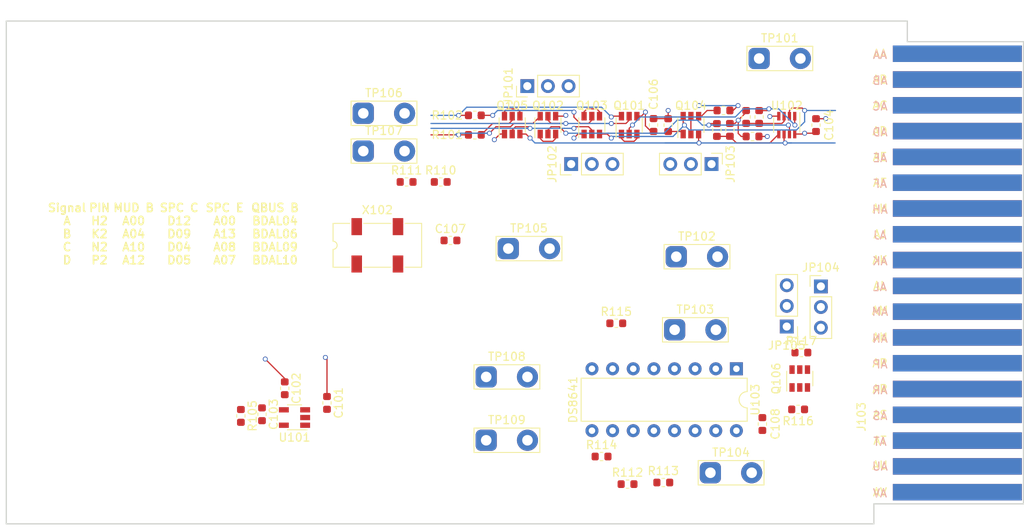
<source format=kicad_pcb>
(kicad_pcb (version 20241229) (generator "pcbnew") (generator_version "9.0")
  (layers (0 "F.Cu" signal) (4 "In1.Cu" power "GND") (6 "In2.Cu" power "PWR") (2 "B.Cu" signal) (13 "F.Paste" user) (15 "B.Paste" user) (5 "F.SilkS" user "F.Silkscreen") (7 "B.SilkS" user "B.Silkscreen") (1 "F.Mask" user) (3 "B.Mask" user) (25 "Edge.Cuts" user))
  (net 0 "")
  (net 1 "+5V")
  (net 2 "GND")
  (net 3 "Net-(C102-Pad2)")
  (net 4 "Net-(Q101-Pad2)")
  (net 5 "Net-(Q102-Pad2)")
  (net 6 "Net-(Q103-Pad5)")
  (net 7 "Net-(R104-Pad2)")
  (net 8 "/Vref")
  (net 9 "/B1")
  (net 10 "Net-(R103-Pad2)")
  (net 11 "/RX")
  (net 12 "/TX")
  (net 13 "Net-(Q101-Pad1)")
  (net 14 "Net-(J103-PadV1)")
  (net 15 "Net-(J103-PadU1)")
  (net 16 "Net-(J103-PadT1)")
  (net 17 "Net-(J103-PadS1)")
  (net 18 "Net-(J103-PadR1)")
  (net 19 "Net-(J103-PadP1)")
  (net 20 "Net-(J103-PadN1)")
  (net 21 "Net-(J103-PadM1)")
  (net 22 "Net-(J103-PadL1)")
  (net 23 "Net-(J103-PadK1)")
  (net 24 "Net-(J103-PadJ1)")
  (net 25 "Net-(J103-PadH1)")
  (net 26 "Net-(J103-PadF1)")
  (net 27 "Net-(J103-PadE1)")
  (net 28 "Net-(J103-PadD1)")
  (net 29 "Net-(J103-PadC1)")
  (net 30 "Net-(J103-PadB1)")
  (net 31 "Net-(J103-PadA1)")
  (net 32 "Net-(J103-PadU2)")
  (net 33 "Net-(J103-PadV2)")
  (net 34 "Net-(J103-PadR2)")
  (net 35 "Net-(J103-PadS2)")
  (net 36 "Net-(J103-PadT2)")
  (net 37 "Net-(J103-PadB2)")
  (net 38 "Net-(J103-PadD2)")
  (net 39 "Net-(J103-PadE2)")
  (net 40 "Net-(J103-PadF2)")
  (net 41 "Net-(J103-PadJ2)")
  (net 42 "Net-(J103-PadL2)")
  (net 43 "Net-(J103-PadM2)")
  (net 44 "Net-(Q104-Pad1)")
  (net 45 "/V_term")
  (net 46 "Net-(Q104-Pad4)")
  (net 47 "/TERM")
  (net 48 "Net-(Q103-Pad4)")
  (net 49 "Net-(Q102-Pad1)")
  (net 50 "Net-(Q105-Pad5)")
  (net 51 "Net-(Q105-Pad4)")
  (net 52 "Net-(X102-Pad1)")
  (net 53 "/3V3")
  (net 54 "/B2")
  (net 55 "/B3")
  (net 56 "/OSC")
  (net 57 "/R2")
  (net 58 "/R3")
  (net 59 "Net-(R114-Pad2)")
  (net 60 "Net-(R115-Pad2)")
  (net 61 "Net-(U103-Pad7)")
  (net 62 "Net-(U103-Pad6)")
  (net 63 "Net-(U103-Pad4)")
  (net 64 "Net-(U103-Pad9)")
  (net 65 "/5V0")
  (net 66 "/B")
  (net 67 "/A")
  (net 68 "/C")
  (net 69 "Net-(Q106-Pad4)")
  (net 70 "Net-(Q106-Pad1)")
  (net 71 "Net-(U103-Pad12)")
  (net 72 "Net-(U103-Pad10)")
  (footprint "Capacitor_SMD:C_0603_1608Metric" (layer "F.Cu") (at 104.2 120.8 -90)
    (property "Reference" "C103")
    (property "Value" "10uF")
  )
  (footprint "Package_TO_SOT_SMD:TSOT-23-5" (layer "F.Cu") (at 108.2 121.2 180)
    (property "Reference" "U101")
    (property "Value" "LT1761-1.2")
  )
  (footprint "Package_TO_SOT_SMD:SOT-23-8" (layer "F.Cu") (at 168.8 85.2 -90)
    (property "Reference" "U102")
    (property "Value" "MAX9107")
  )
  (footprint "Capacitor_SMD:C_0603_1608Metric" (layer "F.Cu") (at 112.2 119.4 -90)
    (property "Reference" "C101")
    (property "Value" "1uF")
  )
  (footprint "Capacitor_SMD:C_0603_1608Metric" (layer "F.Cu") (at 107 117.6 -90)
    (property "Reference" "C102")
    (property "Value" "10nF")
  )
  (footprint "Resistor_SMD:R_0603_1608Metric" (layer "F.Cu") (at 160.2 85.8 -90)
    (property "Reference" "R103" (hide yes))
    (property "Value" "6.8k")
  )
  (footprint "Resistor_SMD:R_0603_1608Metric" (layer "F.Cu") (at 165.4 84.2 -90)
    (property "Reference" "R104" (hide yes))
    (property "Value" "6.8k")
  )
  (footprint "Resistor_SMD:R_0603_1608Metric" (layer "F.Cu") (at 101.6 121 -90)
    (property "Reference" "R105")
    (property "Value" ".15mA for each line")
  )
  (footprint "Resistor_SMD:R_0603_1608Metric" (layer "F.Cu") (at 161.8 85.787501 90)
    (property "Reference" "R106" (hide yes))
    (property "Value" "22k")
  )
  (footprint "Resistor_SMD:R_0603_1608Metric" (layer "F.Cu") (at 163.8 84.2 90)
    (property "Reference" "R107" (hide yes))
    (property "Value" "22k")
  )
  (footprint "Capacitor_SMD:C_0603_1608Metric" (layer "F.Cu") (at 172.4 85.2 90)
    (property "Reference" "C104")
    (property "Value" "100nF")
  )
  (footprint "Resistor_SMD:R_0603_1608Metric" (layer "F.Cu") (at 154.2 85.2 -90)
    (property "Reference" "R108" (hide yes))
    (property "Value" "120")
  )
  (footprint "Package_TO_SOT_SMD:SOT-23-6" (layer "F.Cu") (at 157 85.2 90)
    (property "Reference" "Q104")
    (property "Value" "PMOS")
  )
  (footprint "Resistor_SMD:R_0603_1608Metric" (layer "F.Cu") (at 161.012499 83.4 180)
    (property "Reference" "R109" (hide yes))
    (property "Value" "120")
  )
  (footprint "Capacitor_SMD:C_0603_1608Metric" (layer "F.Cu") (at 164.5875 86.6)
    (property "Reference" "C105" (hide yes))
    (property "Value" "1uF")
  )
  (footprint "myMods:DEC_Edge_Fingers_single_height" (layer "F.Cu") (at 181.8 75.4 -90)
    (property "Reference" "J103")
    (property "Value" "QBUS_B" (hide yes))
  )
  (footprint "Oscillator:Oscillator_SMD_SeikoEpson_SG8002JC-4Pin_10.5x5.0mm" (layer "F.Cu") (at 118.4 100)
    (property "Reference" "X102")
    (property "Value" "SG-636PCE 5MHz")
  )
  (footprint "TestPoint:TestPoint_2Pads_Pitch5.08mm_Drill1.3mm" (layer "F.Cu") (at 165.4 77)
    (property "Reference" "TP101")
    (property "Value" "B0")
  )
  (footprint "Connector_PinHeader_2.54mm:PinHeader_1x03_P2.54mm_Vertical" (layer "F.Cu") (at 142.26 90 90)
    (property "Reference" "JP102")
    (property "Value" "Jumper_3_Bridged12")
  )
  (footprint "Connector_PinHeader_2.54mm:PinHeader_1x03_P2.54mm_Vertical" (layer "F.Cu") (at 159.54 90 -90)
    (property "Reference" "JP103")
    (property "Value" "Jumper_3_Bridged12")
  )
  (footprint "TestPoint:TestPoint_2Pads_Pitch5.08mm_Drill1.3mm" (layer "F.Cu") (at 155.2 101.4)
    (property "Reference" "TP102")
    (property "Value" "B0")
  )
  (footprint "TestPoint:TestPoint_2Pads_Pitch5.08mm_Drill1.3mm" (layer "F.Cu") (at 155 110.4)
    (property "Reference" "TP103")
    (property "Value" "B0")
  )
  (footprint "TestPoint:TestPoint_2Pads_Pitch5.08mm_Drill1.3mm" (layer "F.Cu") (at 159.4 128)
    (property "Reference" "TP104")
    (property "Value" "B0")
  )
  (footprint "TestPoint:TestPoint_2Pads_Pitch5.08mm_Drill1.3mm" (layer "F.Cu") (at 134.52 100.4)
    (property "Reference" "TP105")
    (property "Value" "B0")
  )
  (footprint "Capacitor_SMD:C_0603_1608Metric" (layer "F.Cu") (at 152.4 85.1875 -90)
    (property "Reference" "C106")
    (property "Value" "1uF")
  )
  (footprint "Package_TO_SOT_SMD:SOT-23-6" (layer "F.Cu") (at 144.8 85.2 90)
    (property "Reference" "Q103")
    (property "Value" "Dual_NMOS")
  )
  (footprint "Package_TO_SOT_SMD:SOT-23-6" (layer "F.Cu") (at 139.4 85.2 90)
    (property "Reference" "Q102")
    (property "Value" "Dual_NMOS")
  )
  (footprint "Resistor_SMD:R_0603_1608Metric" (layer "F.Cu") (at 130.4 86.4)
    (property "Reference" "R101")
    (property "Value" "??")
  )
  (footprint "Package_TO_SOT_SMD:SOT-23-6" (layer "F.Cu") (at 149.4 85.2 90)
    (property "Reference" "Q101")
    (property "Value" "Dual_NMOS")
  )
  (footprint "Resistor_SMD:R_0603_1608Metric" (layer "F.Cu") (at 130.4 84)
    (property "Reference" "R102")
    (property "Value" "??")
  )
  (footprint "Package_TO_SOT_SMD:SOT-23-6" (layer "F.Cu") (at 135 85.2 90)
    (property "Reference" "Q105")
    (property "Value" "Dual_NMOS")
  )
  (footprint "Connector_PinHeader_2.54mm:PinHeader_1x03_P2.54mm_Vertical" (layer "F.Cu") (at 136.86 80.4 90)
    (property "Reference" "JP101")
    (property "Value" "Jumper_3_Bridged12")
  )
  (footprint "Resistor_SMD:R_0603_1608Metric" (layer "F.Cu") (at 126.2 92.2)
    (property "Reference" "R110")
    (property "Value" "10k")
  )
  (footprint "Resistor_SMD:R_0603_1608Metric" (layer "F.Cu") (at 122 92.2)
    (property "Reference" "R111")
    (property "Value" "10k")
  )
  (footprint "Resistor_SMD:R_0603_1608Metric" (layer "F.Cu") (at 149.2 129.4)
    (property "Reference" "R112")
    (property "Value" "4.7k")
  )
  (footprint "Resistor_SMD:R_0603_1608Metric" (layer "F.Cu") (at 153.6 129.2)
    (property "Reference" "R113")
    (property "Value" "4.7k")
  )
  (footprint "TestPoint:TestPoint_2Pads_Pitch5.08mm_Drill1.3mm" (layer "F.Cu") (at 116.67 83.75)
    (property "Reference" "TP106")
    (property "Value" "B0")
  )
  (footprint "TestPoint:TestPoint_2Pads_Pitch5.08mm_Drill1.3mm" (layer "F.Cu") (at 116.67 88.4)
    (property "Reference" "TP107")
    (property "Value" "B0")
  )
  (footprint "TestPoint:TestPoint_2Pads_Pitch5.08mm_Drill1.3mm" (layer "F.Cu") (at 131.8 116.2)
    (property "Reference" "TP108")
    (property "Value" "B0")
  )
  (footprint "TestPoint:TestPoint_2Pads_Pitch5.08mm_Drill1.3mm" (layer "F.Cu") (at 131.8 124)
    (property "Reference" "TP109")
    (property "Value" "B0")
  )
  (footprint "Capacitor_SMD:C_0603_1608Metric" (layer "F.Cu") (at 127.4 99.4)
    (property "Reference" "C107")
    (property "Value" "100nF")
  )
  (footprint "Capacitor_SMD:C_0603_1608Metric" (layer "F.Cu") (at 165.8 122 90)
    (property "Reference" "C108")
    (property "Value" "100nF")
  )
  (footprint "Resistor_SMD:R_0603_1608Metric" (layer "F.Cu") (at 146 126)
    (property "Reference" "R114")
    (property "Value" "4.7k")
  )
  (footprint "Resistor_SMD:R_0603_1608Metric" (layer "F.Cu") (at 147.8125 109.6)
    (property "Reference" "R115")
    (property "Value" "4.7k")
  )
  (footprint "Package_DIP:DIP-16_W7.62mm" (layer "F.Cu") (at 162.6 115.2 -90)
    (property "Reference" "U103")
    (property "Value" "DS8641")
  )
  (footprint "Connector_PinHeader_2.54mm:PinHeader_1x03_P2.54mm_Vertical" (layer "F.Cu") (at 173 105.06)
    (property "Reference" "JP104")
    (property "Value" "Jumper_3_Bridged12")
  )
  (footprint "Connector_PinHeader_2.54mm:PinHeader_1x03_P2.54mm_Vertical" (layer "F.Cu") (at 168.8 110 180)
    (property "Reference" "JP105")
    (property "Value" "Jumper_3_Bridged12")
  )
  (footprint "Package_TO_SOT_SMD:SOT-23-6" (layer "F.Cu") (at 170.4 116.4 90)
    (property "Reference" "Q106")
    (property "Value" "PMOS")
  )
  (footprint "Resistor_SMD:R_0603_1608Metric" (layer "F.Cu") (at 170.2 120.2 180)
    (property "Reference" "R116")
    (property "Value" "120")
  )
  (footprint "Resistor_SMD:R_0603_1608Metric" (layer "F.Cu") (at 170.6 113.2)
    (property "Reference" "R117")
    (property "Value" "120")
  )
  (gr_line (start 197.9422 131.826) (end 197.9422 74.93) (stroke (width 0.15)) (layer "Edge.Cuts"))
  (gr_line (start 197.9422 74.93) (end 183.642 74.93) (stroke (width 0.15)) (layer "Edge.Cuts"))
  (gr_line (start 179.5272 131.826) (end 197.9422 131.826) (stroke (width 0.15)) (layer "Edge.Cuts"))
  (gr_line (start 72.7202 72.39) (end 72.7202 134.2898) (stroke (width 0.15)) (layer "Edge.Cuts"))
  (gr_line (start 183.642 74.93) (end 183.642 72.39) (stroke (width 0.15)) (layer "Edge.Cuts"))
  (gr_line (start 179.5272 134.2898) (end 179.5272 131.826) (stroke (width 0.15)) (layer "Edge.Cuts"))
  (gr_line (start 183.642 72.39) (end 72.7202 72.39) (stroke (width 0.15)) (layer "Edge.Cuts"))
  (gr_line (start 72.7202 134.2898) (end 179.5272 134.2898) (stroke (width 0.15)) (layer "Edge.Cuts"))
  (gr_text "Signal\nA\nB\nC\nD" (at 80.2 98.6 0) (layer "F.SilkS") (effects (font (size 1 1) (thickness 0.2))))
  (gr_text "MUD B\nA00\nA04\nA10\nA12" (at 88.4 98.6 0) (layer "F.SilkS") (effects (font (size 1 1) (thickness 0.2))))
  (gr_text "PIN\nH2\nK2\nN2\nP2" (at 84.2 98.6 0) (layer "F.SilkS") (effects (font (size 1 1) (thickness 0.2))))
  (gr_text "SPC E\nA00\nA13\nA08\nA07" (at 99.6 98.6 0) (layer "F.SilkS") (effects (font (size 1 1) (thickness 0.2))))
  (gr_text "QBUS B\nBDAL04\nBDAL06\nBDAL09\nBDAL10" (at 105.8 98.6 0) (layer "F.SilkS") (effects (font (size 1 1) (thickness 0.2))))
  (gr_text "SPC C\nD12\nD09\nD04\nD05" (at 94 98.6 0) (layer "F.SilkS") (effects (font (size 1 1) (thickness 0.2))))
  (segment (start 143.1 86.3) (end 142.6 86.8) (width 0.1524) (layer "F.Cu") (net 2))
  (segment (start 141.5 84.1) (end 141.6 84) (width 0.1524) (layer "F.Cu") (net 2))
  (segment (start 150.35 84.1) (end 150.9 84.1) (width 0.1524) (layer "F.Cu") (net 2))
  (segment (start 150.9 84.1) (end 151.4 83.6) (width 0.1524) (layer "F.Cu") (net 2))
  (segment (start 140.35 84.1) (end 141.5 84.1) (width 0.1524) (layer "F.Cu") (net 2))
  (segment (start 143.85 86.3) (end 143.1 86.3) (width 0.1524) (layer "F.Cu") (net 2))
  (segment (start 133.499996 86.3) (end 132.799996 87) (width 0.1524) (layer "F.Cu") (net 2))
  (segment (start 151.4 85.2875) (end 151.7125 85.6) (width 0.1524) (layer "F.Cu") (net 2))
  (segment (start 165.375 86.6) (end 166.4 86.6) (width 0.1524) (layer "F.Cu") (net 2))
  (segment (start 173.5875 84.4125) (end 173.6 84.4) (width 0.1524) (layer "F.Cu") (net 2))
  (segment (start 172.4 84.4125) (end 173.5875 84.4125) (width 0.1524) (layer "F.Cu") (net 2))
  (segment (start 152.4 85.975) (end 152.0875 85.975) (width 0.1524) (layer "F.Cu") (net 2))
  (segment (start 134.05 86.3) (end 133.499996 86.3) (width 0.1524) (layer "F.Cu") (net 2))
  (segment (start 167.82 84.1) (end 166.761943 84.1) (width 0.1524) (layer "F.Cu") (net 2))
  (segment (start 166.761943 84.1) (end 166.719001 84.142942) (width 0.1524) (layer "F.Cu") (net 2))
  (segment (start 151.4 83.6) (end 151.4 85.2875) (width 0.1524) (layer "F.Cu") (net 2))
  (segment (start 152.0875 85.975) (end 151.7125 85.6) (width 0.1524) (layer "F.Cu") (net 2))
  (via (at 142.6 86.8) (size 0.6) (drill 0.4) (layers "F.Cu" "B.Cu") (net 2))
  (via (at 151.4 83.6) (size 0.6) (drill 0.4) (layers "F.Cu" "B.Cu") (net 2))
  (via (at 141.6 84) (size 0.6) (drill 0.4) (layers "F.Cu" "B.Cu") (net 2))
  (via (at 166.4 86.6) (size 0.6) (drill 0.4) (layers "F.Cu" "B.Cu") (net 2))
  (via (at 173.6 84.4) (size 0.6) (drill 0.4) (layers "F.Cu" "B.Cu") (net 2))
  (via (at 132.799996 87) (size 0.6) (drill 0.4) (layers "F.Cu" "B.Cu") (net 2))
  (via (at 166.719001 84.142942) (size 0.6) (drill 0.4) (layers "F.Cu" "B.Cu") (net 2))
  (segment (start 149.4 86.3) (end 149.4 85.6) (width 0.1524) (layer "F.Cu") (net 4))
  (segment (start 149.4 85.6) (end 149.8 85.2) (width 0.1524) (layer "F.Cu") (net 4))
  (segment (start 166.3875 83.4125) (end 166.6 83.2) (width 0.1524) (layer "F.Cu") (net 4))
  (segment (start 169.78 85.18) (end 169.8 85.2) (width 0.1524) (layer "F.Cu") (net 4))
  (segment (start 169.78 84.1) (end 169.78 85.18) (width 0.1524) (layer "F.Cu") (net 4))
  (segment (start 165.4 83.4125) (end 166.3875 83.4125) (width 0.1524) (layer "F.Cu") (net 4))
  (via (at 149.8 85.2) (size 0.6) (drill 0.4) (layers "F.Cu" "B.Cu") (net 4))
  (via (at 169.8 85.2) (size 0.6) (drill 0.4) (layers "F.Cu" "B.Cu") (net 4))
  (via (at 166.6 83.2) (size 0.6) (drill 0.4) (layers "F.Cu" "B.Cu") (net 4))
  (segment (start 149.8 85.2) (end 150.8 84.2) (width 0.1524) (layer "B.Cu") (net 4))
  (segment (start 150.8 84.2) (end 162.470268 84.2) (width 0.1524) (layer "B.Cu") (net 4))
  (segment (start 162.470268 84.2) (end 163.470268 83.2) (width 0.1524) (layer "B.Cu") (net 4))
  (segment (start 167.8 83.2) (end 166.6 83.2) (width 0.1524) (layer "B.Cu") (net 4))
  (segment (start 166.175736 83.2) (end 166.6 83.2) (width 0.1524) (layer "B.Cu") (net 4))
  (segment (start 163.470268 83.2) (end 166.175736 83.2) (width 0.1524) (layer "B.Cu") (net 4))
  (segment (start 169.8 85.2) (end 167.8 83.2) (width 0.1524) (layer "B.Cu") (net 4))
  (segment (start 139.8 85.4) (end 140.800004 85.4) (width 0.1524) (layer "F.Cu") (net 5))
  (segment (start 140.800004 85.4) (end 141.600004 86.2) (width 0.1524) (layer "F.Cu") (net 5))
  (segment (start 139.4 86.3) (end 139.4 85.8) (width 0.1524) (layer "F.Cu") (net 5))
  (segment (start 139.4 85.8) (end 139.8 85.4) (width 0.1524) (layer "F.Cu") (net 5))
  (segment (start 160.2 85.0125) (end 159.3875 85.0125) (width 0.1524) (layer "F.Cu") (net 5))
  (segment (start 159.3875 85.0125) (end 159.2 85.2) (width 0.1524) (layer "F.Cu") (net 5))
  (segment (start 169.13 86.3) (end 169.13 85.33) (width 0.1524) (layer "F.Cu") (net 5))
  (segment (start 169.13 85.33) (end 169 85.2) (width 0.1524) (layer "F.Cu") (net 5))
  (via (at 141.600004 86.2) (size 0.6) (drill 0.4) (layers "F.Cu" "B.Cu") (net 5))
  (via (at 169 85.2) (size 0.6) (drill 0.4) (layers "F.Cu" "B.Cu") (net 5))
  (via (at 159.2 85.2) (size 0.6) (drill 0.4) (layers "F.Cu" "B.Cu") (net 5))
  (segment (start 141.8 86.2) (end 141.600004 86.2) (width 0.1524) (layer "B.Cu") (net 5))
  (segment (start 146.817668 86.2) (end 141.8 86.2) (width 0.1524) (layer "B.Cu") (net 5))
  (segment (start 158.4 85.2) (end 157.8 84.6) (width 0.1524) (layer "B.Cu") (net 5))
  (segment (start 159.2 85.2) (end 158.4 85.2) (width 0.1524) (layer "B.Cu") (net 5))
  (segment (start 153.7 86.2) (end 146.8 86.2) (width 0.1524) (layer "B.Cu") (net 5))
  (segment (start 169 85.2) (end 159.2 85.2) (width 0.1524) (layer "B.Cu") (net 5))
  (segment (start 157.8 84.6) (end 155.3 84.6) (width 0.1524) (layer "B.Cu") (net 5))
  (segment (start 155.3 84.6) (end 153.7 86.2) (width 0.1524) (layer "B.Cu") (net 5))
  (segment (start 144.4 85) (end 143.375736 85) (width 0.1524) (layer "F.Cu") (net 6))
  (segment (start 132.6 84) (end 130.7875 84) (width 0.1524) (layer "F.Cu") (net 6))
  (segment (start 144.8 84.1) (end 144.8 84.6) (width 0.1524) (layer "F.Cu") (net 6))
  (segment (start 144.8 84.6) (end 144.4 85) (width 0.1524) (layer "F.Cu") (net 6))
  (segment (start 143.375736 85) (end 142.6 84.224264) (width 0.1524) (layer "F.Cu") (net 6))
  (segment (start 142.6 84.224264) (end 142.6 83.6) (width 0.1524) (layer "F.Cu") (net 6))
  (via (at 142.6 83.6) (size 0.6) (drill 0.4) (layers "F.Cu" "B.Cu") (net 6))
  (via (at 132.6 84) (size 0.6) (drill 0.4) (layers "F.Cu" "B.Cu") (net 6))
  (segment (start 142.4 83.4) (end 142.6 83.6) (width 0.1524) (layer "B.Cu") (net 6))
  (segment (start 133.2 83.4) (end 142.4 83.4) (width 0.1524) (layer "B.Cu") (net 6))
  (segment (start 132.6 84) (end 133.2 83.4) (width 0.1524) (layer "B.Cu") (net 6))
  (segment (start 163.8 84.9875) (end 163.8125 85) (width 0.1524) (layer "F.Cu") (net 7))
  (segment (start 168.2 85) (end 168.47 84.73) (width 0.1524) (layer "F.Cu") (net 7))
  (segment (start 163.8125 85) (end 168.2 85) (width 0.1524) (layer "F.Cu") (net 7))
  (segment (start 168.47 84.73) (end 168.47 84.1) (width 0.1524) (layer "F.Cu") (net 7))
  (segment (start 107 116.4) (end 104.6 114) (width 0.1524) (layer "F.Cu") (net 8))
  (segment (start 163.8 83.626299) (end 162.826299 84.6) (width 0.1524) (layer "F.Cu") (net 8))
  (segment (start 107 116.8125) (end 107 116.4) (width 0.1524) (layer "F.Cu") (net 8))
  (segment (start 163.8 86.6) (end 163.2 86.6) (width 0.1524) (layer "F.Cu") (net 8))
  (segment (start 163.2 86.6) (end 162.826299 86.226299) (width 0.1524) (layer "F.Cu") (net 8))
  (segment (start 162.826299 86.226299) (end 162.826299 84.6) (width 0.1524) (layer "F.Cu") (net 8))
  (segment (start 161.8 85.000001) (end 162.426298 85.000001) (width 0.1524) (layer "F.Cu") (net 8))
  (segment (start 163.8 83.4125) (end 163.8 83.626299) (width 0.1524) (layer "F.Cu") (net 8))
  (segment (start 162.426298 85.000001) (end 162.826299 84.6) (width 0.1524) (layer "F.Cu") (net 8))
  (via (at 162.826299 84.6) (size 0.6) (drill 0.4) (layers "F.Cu" "B.Cu") (net 8))
  (via (at 104.6 114) (size 0.6) (drill 0.4) (layers "F.Cu" "B.Cu") (net 8))
  (segment (start 135.95 86.3) (end 136.7 86.3) (width 0.1524) (layer "F.Cu") (net 9))
  (segment (start 136.7 86.3) (end 137.2 86.8) (width 0.1524) (layer "F.Cu") (net 9))
  (segment (start 168.47 87.27) (end 168.6 87.4) (width 0.1524) (layer "F.Cu") (net 9))
  (segment (start 168.47 86.3) (end 168.47 87.27) (width 0.1524) (layer "F.Cu") (net 9))
  (segment (start 157.95 86.3) (end 157.95 87.35) (width 0.1524) (layer "F.Cu") (net 9))
  (segment (start 157.95 87.35) (end 158 87.4) (width 0.1524) (layer "F.Cu") (net 9))
  (via (at 137.2 86.8) (size 0.6) (drill 0.4) (layers "F.Cu" "B.Cu") (net 9))
  (via (at 158 87.4) (size 0.6) (drill 0.4) (layers "F.Cu" "B.Cu") (net 9))
  (via (at 168.6 87.4) (size 0.6) (drill 0.4) (layers "F.Cu" "B.Cu") (net 9))
  (segment (start 137.8 87.4) (end 137.2 86.8) (width 0.1524) (layer "B.Cu") (net 9))
  (segment (start 174.75 87.4) (end 168.6 87.4) (width 0.1524) (layer "B.Cu") (net 9))
  (segment (start 158 87.4) (end 137.8 87.4) (width 0.1524) (layer "B.Cu") (net 9))
  (segment (start 169.4 87.4) (end 153.8 87.4) (width 0.1524) (layer "B.Cu") (net 9))
  (segment (start 166.72 87.4) (end 167.82 86.3) (width 0.1524) (layer "F.Cu") (net 10))
  (segment (start 162.6 87.4) (end 166.72 87.4) (width 0.1524) (layer "F.Cu") (net 10))
  (segment (start 161.787501 86.5875) (end 161.8 86.575001) (width 0.1524) (layer "F.Cu") (net 10))
  (segment (start 160.2 86.5875) (end 161.787501 86.5875) (width 0.1524) (layer "F.Cu") (net 10))
  (segment (start 161.8 86.6) (end 162.6 87.4) (width 0.1524) (layer "F.Cu") (net 10))
  (segment (start 161.8 86.575001) (end 161.8 86.6) (width 0.1524) (layer "F.Cu") (net 10))
  (segment (start 149.4 84.6) (end 149 85) (width 0.1524) (layer "F.Cu") (net 11))
  (segment (start 149 85) (end 147.2 85) (width 0.1524) (layer "F.Cu") (net 11))
  (segment (start 139.4 84.6) (end 139.4 84.1) (width 0.1524) (layer "F.Cu") (net 11))
  (segment (start 141.6 85) (end 139.8 85) (width 0.1524) (layer "F.Cu") (net 11))
  (segment (start 139.8 85) (end 139.4 84.6) (width 0.1524) (layer "F.Cu") (net 11))
  (segment (start 149.4 84.1) (end 149.4 84.6) (width 0.1524) (layer "F.Cu") (net 11))
  (via (at 141.6 85) (size 0.6) (drill 0.4) (layers "F.Cu" "B.Cu") (net 11))
  (via (at 147.2 85) (size 0.6) (drill 0.4) (layers "F.Cu" "B.Cu") (net 11))
  (segment (start 147.2 85) (end 139.4 85) (width 0.1524) (layer "B.Cu") (net 11))
  (segment (start 141.6 85) (end 125 85) (width 0.1524) (layer "B.Cu") (net 11))
  (segment (start 137 85.4) (end 137.2 85.6) (width 0.1524) (layer "F.Cu") (net 12))
  (segment (start 142.6 85.6) (end 142.8 85.4) (width 0.1524) (layer "F.Cu") (net 12))
  (segment (start 144.8 85.8) (end 144.8 86.3) (width 0.1524) (layer "F.Cu") (net 12))
  (segment (start 135.4088 85.4) (end 137 85.4) (width 0.1524) (layer "F.Cu") (net 12))
  (segment (start 135 86.3) (end 135 85.8088) (width 0.1524) (layer "F.Cu") (net 12))
  (segment (start 135 85.8088) (end 135.4088 85.4) (width 0.1524) (layer "F.Cu") (net 12))
  (segment (start 144.4 85.4) (end 144.8 85.8) (width 0.1524) (layer "F.Cu") (net 12))
  (segment (start 142.8 85.4) (end 144.4 85.4) (width 0.1524) (layer "F.Cu") (net 12))
  (via (at 137.2 85.6) (size 0.6) (drill 0.4) (layers "F.Cu" "B.Cu") (net 12))
  (via (at 142.6 85.6) (size 0.6) (drill 0.4) (layers "F.Cu" "B.Cu") (net 12))
  (segment (start 125 85.6) (end 136.775736 85.6) (width 0.1524) (layer "B.Cu") (net 12))
  (segment (start 136.775736 85.6) (end 137.2 85.6) (width 0.1524) (layer "B.Cu") (net 12))
  (segment (start 137.2 85.6) (end 141.417668 85.6) (width 0.1524) (layer "B.Cu") (net 12))
  (segment (start 141.417668 85.6) (end 142.6 85.6) (width 0.1524) (layer "B.Cu") (net 12))
  (segment (start 148.45 86.3) (end 148.45 86.85) (width 0.1524) (layer "F.Cu") (net 13))
  (segment (start 148.8 87.2) (end 150 87.2) (width 0.1524) (layer "F.Cu") (net 13))
  (segment (start 148.45 86.85) (end 148.8 87.2) (width 0.1524) (layer "F.Cu") (net 13))
  (segment (start 150.35 86.85) (end 150.35 86.3) (width 0.1524) (layer "F.Cu") (net 13))
  (segment (start 150 87.2) (end 150.35 86.85) (width 0.1524) (layer "F.Cu") (net 13))
  (segment (start 154.2 85.9875) (end 155.7375 85.9875) (width 0.1524) (layer "F.Cu") (net 44))
  (segment (start 155.7375 85.9875) (end 156.05 86.3) (width 0.1524) (layer "F.Cu") (net 44))
  (segment (start 162.2 83.4) (end 162.8 82.8) (width 0.1524) (layer "F.Cu") (net 45))
  (segment (start 161.799999 83.4) (end 162.2 83.4) (width 0.1524) (layer "F.Cu") (net 45))
  (segment (start 152.4 84.4) (end 154.1875 84.4) (width 0.1524) (layer "F.Cu") (net 45))
  (segment (start 154.2 84.4125) (end 154.2 83.4) (width 0.1524) (layer "F.Cu") (net 45))
  (segment (start 154.1875 84.4) (end 154.2 84.4125) (width 0.1524) (layer "F.Cu") (net 45))
  (via (at 158 82.8) (size 0.6) (drill 0.4) (layers "F.Cu" "B.Cu") (net 45))
  (via (at 154.2 83.4) (size 0.6) (drill 0.4) (layers "F.Cu" "B.Cu") (net 45))
  (via (at 162.8 82.8) (size 0.6) (drill 0.4) (layers "F.Cu" "B.Cu") (net 45))
  (segment (start 162.8 82.8) (end 158 82.8) (width 0.1524) (layer "B.Cu") (net 45))
  (segment (start 159 83.4) (end 158.3 84.1) (width 0.1524) (layer "F.Cu") (net 46))
  (segment (start 160.224999 83.4) (end 159 83.4) (width 0.1524) (layer "F.Cu") (net 46))
  (segment (start 158.3 84.1) (end 157.95 84.1) (width 0.1524) (layer "F.Cu") (net 46))
  (segment (start 157 86.3) (end 157 84.1) (width 0.1524) (layer "F.Cu") (net 47))
  (segment (start 144.2 83.2) (end 145.4 83.2) (width 0.1524) (layer "F.Cu") (net 48))
  (segment (start 145.4 83.2) (end 145.75 83.55) (width 0.1524) (layer "F.Cu") (net 48))
  (segment (start 143.85 84.1) (end 143.85 83.55) (width 0.1524) (layer "F.Cu") (net 48))
  (segment (start 145.75 83.55) (end 145.75 84.1) (width 0.1524) (layer "F.Cu") (net 48))
  (segment (start 143.85 83.55) (end 144.2 83.2) (width 0.1524) (layer "F.Cu") (net 48))
  (segment (start 138.45 86.85) (end 138.45 86.3) (width 0.1524) (layer "F.Cu") (net 49))
  (segment (start 140 87.2) (end 138.8 87.2) (width 0.1524) (layer "F.Cu") (net 49))
  (segment (start 138.8 87.2) (end 138.45 86.85) (width 0.1524) (layer "F.Cu") (net 49))
  (segment (start 140.35 86.3) (end 140.35 86.85) (width 0.1524) (layer "F.Cu") (net 49))
  (segment (start 140.35 86.85) (end 140 87.2) (width 0.1524) (layer "F.Cu") (net 49))
  (segment (start 135 84.608241) (end 134.608241 85) (width 0.1524) (layer "F.Cu") (net 50))
  (segment (start 134.608241 85) (end 132.5875 85) (width 0.1524) (layer "F.Cu") (net 50))
  (segment (start 135 84.1) (end 135 84.608241) (width 0.1524) (layer "F.Cu") (net 50))
  (segment (start 132.5875 85) (end 131.1875 86.4) (width 0.1524) (layer "F.Cu") (net 50))
  (segment (start 135.6 83.2) (end 135.95 83.55) (width 0.1524) (layer "F.Cu") (net 51))
  (segment (start 134.05 84.1) (end 134.05 83.55) (width 0.1524) (layer "F.Cu") (net 51))
  (segment (start 134.05 83.55) (end 134.4 83.2) (width 0.1524) (layer "F.Cu") (net 51))
  (segment (start 134.4 83.2) (end 135.6 83.2) (width 0.1524) (layer "F.Cu") (net 51))
  (segment (start 135.95 83.55) (end 135.95 84.1) (width 0.1524) (layer "F.Cu") (net 51))
  (segment (start 147.300008 84.1) (end 147.200008 84.2) (width 0.1524) (layer "F.Cu") (net 56))
  (segment (start 148.45 84.1) (end 147.300008 84.1) (width 0.1524) (layer "F.Cu") (net 56))
  (segment (start 128.4 86.4) (end 125 86.4) (width 0.1524) (layer "F.Cu") (net 56))
  (segment (start 129.6125 86.4) (end 128.4 86.4) (width 0.1524) (layer "F.Cu") (net 56))
  (segment (start 129.6125 84) (end 128.4 84) (width 0.1524) (layer "F.Cu") (net 56))
  (segment (start 138.45 84.1) (end 137.55 85) (width 0.1524) (layer "F.Cu") (net 56))
  (segment (start 134.8 85.4) (end 133 85.4) (width 0.1524) (layer "F.Cu") (net 56))
  (segment (start 137.55 85) (end 135.2 85) (width 0.1524) (layer "F.Cu") (net 56))
  (segment (start 135.2 85) (end 134.8 85.4) (width 0.1524) (layer "F.Cu") (net 56))
  (segment (start 133 85.4) (end 132.2 86.2) (width 0.1524) (layer "F.Cu") (net 56))
  (via (at 147.200008 84.2) (size 0.6) (drill 0.4) (layers "F.Cu" "B.Cu") (net 56))
  (via (at 128.4 86.4) (size 0.6) (drill 0.4) (layers "F.Cu" "B.Cu") (net 56))
  (via (at 128.4 84) (size 0.6) (drill 0.4) (layers "F.Cu" "B.Cu") (net 56))
  (via (at 132.2 86.2) (size 0.6) (drill 0.4) (layers "F.Cu" "B.Cu") (net 56))
  (segment (start 146.000008 83) (end 129.4 83) (width 0.1524) (layer "B.Cu") (net 56))
  (segment (start 125 84) (end 128.4 84) (width 0.1524) (layer "B.Cu") (net 56))
  (segment (start 129.4 83) (end 128.4 84) (width 0.1524) (layer "B.Cu") (net 56))
  (segment (start 147.200008 84.2) (end 146.000008 83) (width 0.1524) (layer "B.Cu") (net 56))
  (segment (start 128.2 86.2) (end 131.775736 86.2) (width 0.1524) (layer "B.Cu") (net 56))
  (segment (start 131.775736 86.2) (end 132.2 86.2) (width 0.1524) (layer "B.Cu") (net 56))
  (segment (start 128 86.4) (end 128.2 86.2) (width 0.1524) (layer "B.Cu") (net 56))
  (segment (start 112.2 114) (end 112 113.8) (width 0.1524) (layer "F.Cu") (net 65))
  (segment (start 171 86.2) (end 172.1875 86.2) (width 0.1524) (layer "F.Cu") (net 65))
  (segment (start 170.9 86.3) (end 171 86.2) (width 0.1524) (layer "F.Cu") (net 65))
  (segment (start 172.1875 86.2) (end 172.4 85.9875) (width 0.1524) (layer "F.Cu") (net 65))
  (segment (start 112.2 118.6125) (end 112.2 114) (width 0.1524) (layer "F.Cu") (net 65))
  (segment (start 169.78 86.3) (end 170.9 86.3) (width 0.1524) (layer "F.Cu") (net 65))
  (via (at 171 86.2) (size 0.6) (drill 0.4) (layers "F.Cu" "B.Cu") (net 65))
  (via (at 112 113.8) (size 0.6) (drill 0.4) (layers "F.Cu" "B.Cu") (net 65))
  (segment (start 145.75 86.3) (end 146.7 86.3) (width 0.1524) (layer "F.Cu") (net 67))
  (segment (start 146.7 86.3) (end 147.2 86.8) (width 0.1524) (layer "F.Cu") (net 67))
  (segment (start 169.13 84.1) (end 169.13 83.4176) (width 0.1524) (layer "F.Cu") (net 67))
  (segment (start 169.13 83.4176) (end 169.447599 83.100001) (width 0.1524) (layer "F.Cu") (net 67))
  (segment (start 170.700001 83.100001) (end 171 83.4) (width 0.1524) (layer "F.Cu") (net 67))
  (segment (start 156.05 84.1) (end 156.05 85.05) (width 0.1524) (layer "F.Cu") (net 67))
  (segment (start 169.447599 83.100001) (end 170.700001 83.100001) (width 0.1524) (layer "F.Cu") (net 67))
  (segment (start 156.05 85.05) (end 156.2 85.2) (width 0.1524) (layer "F.Cu") (net 67))
  (via (at 147.2 86.8) (size 0.6) (drill 0.4) (layers "F.Cu" "B.Cu") (net 67))
  (via (at 171 83.4) (size 0.6) (drill 0.4) (layers "F.Cu" "B.Cu") (net 67))
  (via (at 156.2 85.2) (size 0.6) (drill 0.4) (layers "F.Cu" "B.Cu") (net 67))
  (segment (start 147.2 86.8) (end 147.4 86.6) (width 0.1524) (layer "B.Cu") (net 67))
  (segment (start 156.8 85.8) (end 156.2 85.2) (width 0.1524) (layer "B.Cu") (net 67))
  (segment (start 171 83.4) (end 174.8 83.4) (width 0.1524) (layer "B.Cu") (net 67))
  (segment (start 147.4 86.6) (end 154.8 86.6) (width 0.1524) (layer "B.Cu") (net 67))
  (segment (start 171 83.4) (end 171 84.8) (width 0.1524) (layer "B.Cu") (net 67))
  (segment (start 154.8 86.6) (end 156.2 85.2) (width 0.1524) (layer "B.Cu") (net 67))
  (segment (start 171 84.8) (end 170 85.8) (width 0.1524) (layer "B.Cu") (net 67))
  (segment (start 170 85.8) (end 156.8 85.8) (width 0.1524) (layer "B.Cu") (net 67))
)
</source>
